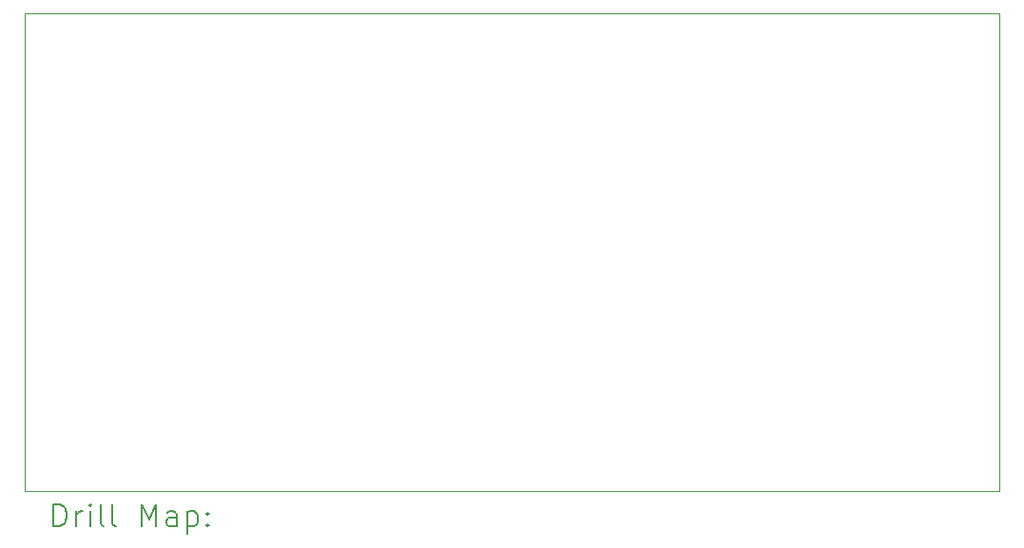
<source format=gbr>
%TF.GenerationSoftware,KiCad,Pcbnew,8.0.3*%
%TF.CreationDate,2024-10-20T16:04:09+03:00*%
%TF.ProjectId,SmartPot,536d6172-7450-46f7-942e-6b696361645f,rev?*%
%TF.SameCoordinates,Original*%
%TF.FileFunction,Drillmap*%
%TF.FilePolarity,Positive*%
%FSLAX45Y45*%
G04 Gerber Fmt 4.5, Leading zero omitted, Abs format (unit mm)*
G04 Created by KiCad (PCBNEW 8.0.3) date 2024-10-20 16:04:09*
%MOMM*%
%LPD*%
G01*
G04 APERTURE LIST*
%ADD10C,0.050000*%
%ADD11C,0.200000*%
G04 APERTURE END LIST*
D10*
X16773750Y-8342500D02*
X25456250Y-8342500D01*
X25456250Y-12602500D01*
X16773750Y-12602500D01*
X16773750Y-8342500D01*
D11*
X17032027Y-12916484D02*
X17032027Y-12716484D01*
X17032027Y-12716484D02*
X17079646Y-12716484D01*
X17079646Y-12716484D02*
X17108217Y-12726008D01*
X17108217Y-12726008D02*
X17127265Y-12745055D01*
X17127265Y-12745055D02*
X17136789Y-12764103D01*
X17136789Y-12764103D02*
X17146313Y-12802198D01*
X17146313Y-12802198D02*
X17146313Y-12830769D01*
X17146313Y-12830769D02*
X17136789Y-12868865D01*
X17136789Y-12868865D02*
X17127265Y-12887912D01*
X17127265Y-12887912D02*
X17108217Y-12906960D01*
X17108217Y-12906960D02*
X17079646Y-12916484D01*
X17079646Y-12916484D02*
X17032027Y-12916484D01*
X17232027Y-12916484D02*
X17232027Y-12783150D01*
X17232027Y-12821246D02*
X17241551Y-12802198D01*
X17241551Y-12802198D02*
X17251074Y-12792674D01*
X17251074Y-12792674D02*
X17270122Y-12783150D01*
X17270122Y-12783150D02*
X17289170Y-12783150D01*
X17355836Y-12916484D02*
X17355836Y-12783150D01*
X17355836Y-12716484D02*
X17346313Y-12726008D01*
X17346313Y-12726008D02*
X17355836Y-12735531D01*
X17355836Y-12735531D02*
X17365360Y-12726008D01*
X17365360Y-12726008D02*
X17355836Y-12716484D01*
X17355836Y-12716484D02*
X17355836Y-12735531D01*
X17479646Y-12916484D02*
X17460598Y-12906960D01*
X17460598Y-12906960D02*
X17451074Y-12887912D01*
X17451074Y-12887912D02*
X17451074Y-12716484D01*
X17584408Y-12916484D02*
X17565360Y-12906960D01*
X17565360Y-12906960D02*
X17555836Y-12887912D01*
X17555836Y-12887912D02*
X17555836Y-12716484D01*
X17812979Y-12916484D02*
X17812979Y-12716484D01*
X17812979Y-12716484D02*
X17879646Y-12859341D01*
X17879646Y-12859341D02*
X17946313Y-12716484D01*
X17946313Y-12716484D02*
X17946313Y-12916484D01*
X18127265Y-12916484D02*
X18127265Y-12811722D01*
X18127265Y-12811722D02*
X18117741Y-12792674D01*
X18117741Y-12792674D02*
X18098694Y-12783150D01*
X18098694Y-12783150D02*
X18060598Y-12783150D01*
X18060598Y-12783150D02*
X18041551Y-12792674D01*
X18127265Y-12906960D02*
X18108217Y-12916484D01*
X18108217Y-12916484D02*
X18060598Y-12916484D01*
X18060598Y-12916484D02*
X18041551Y-12906960D01*
X18041551Y-12906960D02*
X18032027Y-12887912D01*
X18032027Y-12887912D02*
X18032027Y-12868865D01*
X18032027Y-12868865D02*
X18041551Y-12849817D01*
X18041551Y-12849817D02*
X18060598Y-12840293D01*
X18060598Y-12840293D02*
X18108217Y-12840293D01*
X18108217Y-12840293D02*
X18127265Y-12830769D01*
X18222503Y-12783150D02*
X18222503Y-12983150D01*
X18222503Y-12792674D02*
X18241551Y-12783150D01*
X18241551Y-12783150D02*
X18279646Y-12783150D01*
X18279646Y-12783150D02*
X18298694Y-12792674D01*
X18298694Y-12792674D02*
X18308217Y-12802198D01*
X18308217Y-12802198D02*
X18317741Y-12821246D01*
X18317741Y-12821246D02*
X18317741Y-12878388D01*
X18317741Y-12878388D02*
X18308217Y-12897436D01*
X18308217Y-12897436D02*
X18298694Y-12906960D01*
X18298694Y-12906960D02*
X18279646Y-12916484D01*
X18279646Y-12916484D02*
X18241551Y-12916484D01*
X18241551Y-12916484D02*
X18222503Y-12906960D01*
X18403455Y-12897436D02*
X18412979Y-12906960D01*
X18412979Y-12906960D02*
X18403455Y-12916484D01*
X18403455Y-12916484D02*
X18393932Y-12906960D01*
X18393932Y-12906960D02*
X18403455Y-12897436D01*
X18403455Y-12897436D02*
X18403455Y-12916484D01*
X18403455Y-12792674D02*
X18412979Y-12802198D01*
X18412979Y-12802198D02*
X18403455Y-12811722D01*
X18403455Y-12811722D02*
X18393932Y-12802198D01*
X18393932Y-12802198D02*
X18403455Y-12792674D01*
X18403455Y-12792674D02*
X18403455Y-12811722D01*
M02*

</source>
